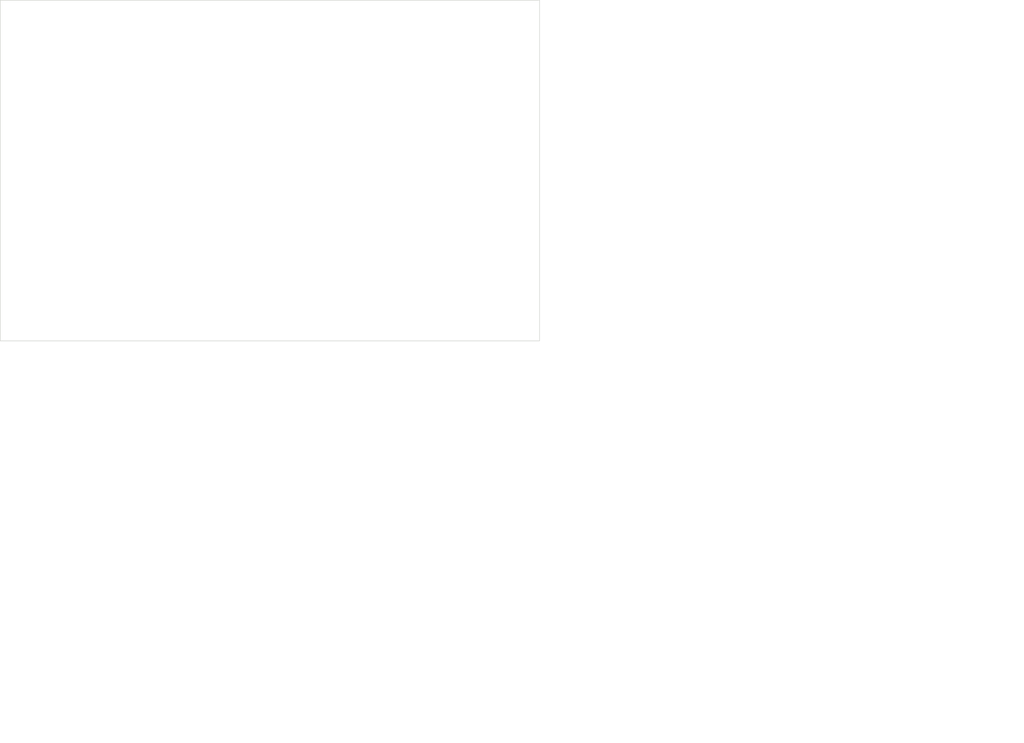
<source format=kicad_pcb>
(kicad_pcb
	(version 20240108)
	(generator "pcbnew")
	(generator_version "8.0")
	(general
		(thickness 1.6)
		(legacy_teardrops no)
	)
	(paper "A4")
	(layers
		(0 "F.Cu" signal)
		(31 "B.Cu" signal)
		(32 "B.Adhes" user "B.Adhesive")
		(33 "F.Adhes" user "F.Adhesive")
		(34 "B.Paste" user)
		(35 "F.Paste" user)
		(36 "B.SilkS" user "B.Silkscreen")
		(37 "F.SilkS" user "F.Silkscreen")
		(38 "B.Mask" user)
		(39 "F.Mask" user)
		(40 "Dwgs.User" user "User.Drawings")
		(41 "Cmts.User" user "User.Comments")
		(42 "Eco1.User" user "User.Eco1")
		(43 "Eco2.User" user "User.Eco2")
		(44 "Edge.Cuts" user)
		(45 "Margin" user)
		(46 "B.CrtYd" user "B.Courtyard")
		(47 "F.CrtYd" user "F.Courtyard")
		(48 "B.Fab" user)
		(49 "F.Fab" user)
		(50 "User.1" user)
		(51 "User.2" user)
		(52 "User.3" user)
		(53 "User.4" user)
		(54 "User.5" user)
		(55 "User.6" user)
		(56 "User.7" user)
		(57 "User.8" user)
		(58 "User.9" user)
	)
	(setup
		(stackup
			(layer "F.SilkS"
				(type "Top Silk Screen")
			)
			(layer "F.Paste"
				(type "Top Solder Paste")
			)
			(layer "F.Mask"
				(type "Top Solder Mask")
				(thickness 0.01)
			)
			(layer "F.Cu"
				(type "copper")
				(thickness 0.035)
			)
			(layer "dielectric 1"
				(type "core")
				(thickness 1.51)
				(material "FR4")
				(epsilon_r 4.5)
				(loss_tangent 0.02)
			)
			(layer "B.Cu"
				(type "copper")
				(thickness 0.035)
			)
			(layer "B.Mask"
				(type "Bottom Solder Mask")
				(thickness 0.01)
			)
			(layer "B.Paste"
				(type "Bottom Solder Paste")
			)
			(layer "B.SilkS"
				(type "Bottom Silk Screen")
			)
			(copper_finish "None")
			(dielectric_constraints no)
		)
		(pad_to_mask_clearance 0)
		(allow_soldermask_bridges_in_footprints no)
		(pcbplotparams
			(layerselection 0x00010fc_ffffffff)
			(plot_on_all_layers_selection 0x0000000_00000000)
			(disableapertmacros no)
			(usegerberextensions no)
			(usegerberattributes yes)
			(usegerberadvancedattributes yes)
			(creategerberjobfile yes)
			(dashed_line_dash_ratio 12.000000)
			(dashed_line_gap_ratio 3.000000)
			(svgprecision 4)
			(plotframeref no)
			(viasonmask no)
			(mode 1)
			(useauxorigin no)
			(hpglpennumber 1)
			(hpglpenspeed 20)
			(hpglpendiameter 15.000000)
			(pdf_front_fp_property_popups yes)
			(pdf_back_fp_property_popups yes)
			(dxfpolygonmode yes)
			(dxfimperialunits yes)
			(dxfusepcbnewfont yes)
			(psnegative no)
			(psa4output no)
			(plotreference yes)
			(plotvalue yes)
			(plotfptext yes)
			(plotinvisibletext no)
			(sketchpadsonfab no)
			(subtractmaskfromsilk no)
			(outputformat 1)
			(mirror no)
			(drillshape 1)
			(scaleselection 1)
			(outputdirectory "")
		)
	)
	(net 0 "")
	(gr_rect
		(start 95 60)
		(end 190 120)
		(stroke
			(width 0.1)
			(type default)
		)
		(fill none)
		(layer "Edge.Cuts")
		(uuid "caf20a36-bedb-4c54-a8c1-63795dd2b804")
	)
	(gr_text "This template is for quickly creating diagrams for KiCad symbols and footprints.\n\nSteps to create a helpful screenshot for a merge request:\n  * Add the new or modified footprint to this PCB layout\n  * Use the dimension tool to create a full-specified dimensioned drawing of the footprint\n  * Take a screenshot of the footprint and insert it into the GitLab merge request description field\n  * Optionally, set the manufacturer 3D model in the footprint properties and screenshot useful angles to show good part fit\nSee also: https://www.kicad.org/libraries/contribute/"
		(at 178 180 0)
		(layer "Cmts.User")
		(uuid "44a5fec5-ca62-4890-a884-6cab96f1e26e")
		(effects
			(font
				(size 1 1)
				(thickness 0.15)
			)
			(justify left bottom)
		)
	)
	(gr_text "KiCad footprint merge request screenshot template (large parts)"
		(at 188 190.5 0)
		(layer "Cmts.User")
		(uuid "565f6f2c-a9a4-4e28-bc38-7f044c2ddff1")
		(effects
			(font
				(size 1.5 1.5)
				(thickness 0.225)
			)
			(justify left bottom)
		)
	)
)
</source>
